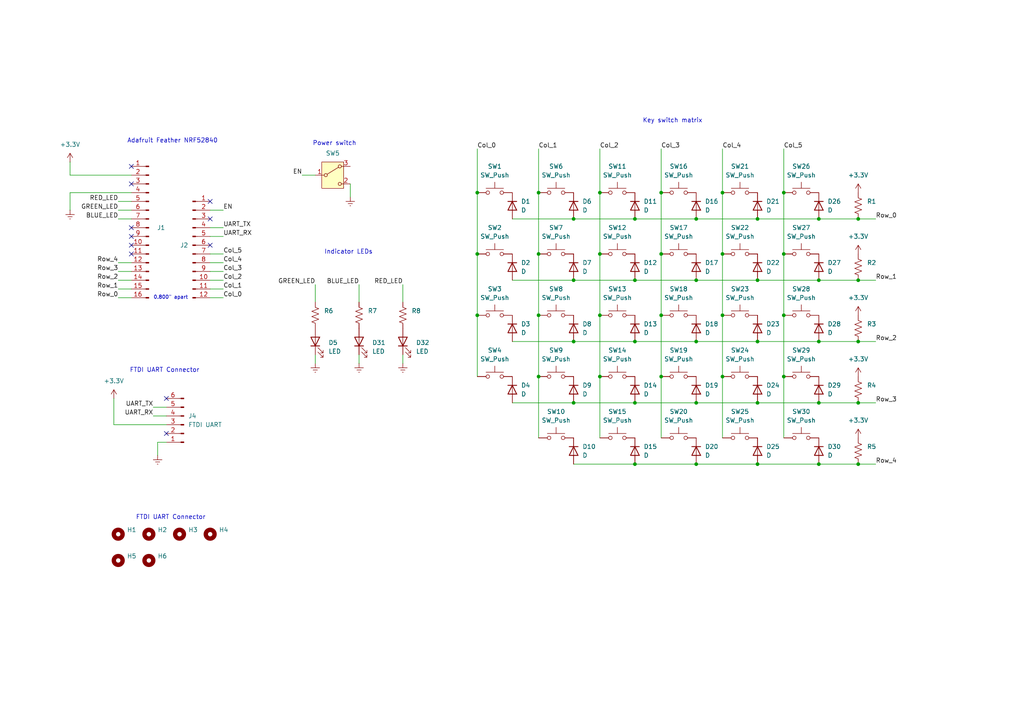
<source format=kicad_sch>
(kicad_sch (version 20231120) (generator "eeschema") (generator_version "8.0")
  (paper "A4")
  (lib_symbols
    (symbol "Connector:Conn_01x06_Pin" (pin_names (offset 1.016) hide)
      (property "Reference" "J" (at 0 7.62 0))
      (property "Value" "Conn_01x06_Pin" (at 0 -10.16 0))
      (symbol "Conn_01x06_Pin_1_1"
        (polyline (pts (xy 1.27 -7.62) (xy 0.8636 -7.62)) (stroke (width 0.1524)))
        (polyline (pts (xy 1.27 -5.08) (xy 0.8636 -5.08)) (stroke (width 0.1524)))
        (polyline (pts (xy 1.27 -2.54) (xy 0.8636 -2.54)) (stroke (width 0.1524)))
        (polyline (pts (xy 1.27 0) (xy 0.8636 0)) (stroke (width 0.1524)))
        (polyline (pts (xy 1.27 2.54) (xy 0.8636 2.54)) (stroke (width 0.1524)))
        (polyline (pts (xy 1.27 5.08) (xy 0.8636 5.08)) (stroke (width 0.1524)))
        (rectangle (start 0.8636 -7.493) (end 0 -7.747) (stroke (width 0.1524)) (fill (type outline)))
        (rectangle (start 0.8636 -4.953) (end 0 -5.207) (stroke (width 0.1524)) (fill (type outline)))
        (rectangle (start 0.8636 -2.413) (end 0 -2.667) (stroke (width 0.1524)) (fill (type outline)))
        (rectangle (start 0.8636 0.127) (end 0 -0.127) (stroke (width 0.1524)) (fill (type outline)))
        (rectangle (start 0.8636 2.667) (end 0 2.413) (stroke (width 0.1524)) (fill (type outline)))
        (rectangle (start 0.8636 5.207) (end 0 4.953) (stroke (width 0.1524)) (fill (type outline)))
        (pin passive line (at 5.08 5.08 180) (length 3.81) (name "Pin_1") (number "1"))
        (pin passive line (at 5.08 2.54 180) (length 3.81) (name "Pin_2") (number "2"))
        (pin passive line (at 5.08 0 180) (length 3.81) (name "Pin_3") (number "3"))
        (pin passive line (at 5.08 -2.54 180) (length 3.81) (name "Pin_4") (number "4"))
        (pin passive line (at 5.08 -5.08 180) (length 3.81) (name "Pin_5") (number "5"))
        (pin passive line (at 5.08 -7.62 180) (length 3.81) (name "Pin_6") (number "6"))
      )
    )
    (symbol "Connector:Conn_01x12_Pin" (pin_names (offset 1.016) hide)
      (property "Reference" "J" (at 0 15.24 0))
      (property "Value" "Conn_01x12_Pin" (at 0 -17.78 0))
      (symbol "Conn_01x12_Pin_1_1"
        (polyline (pts (xy 1.27 -15.24) (xy 0.8636 -15.24)) (stroke (width 0.1524)))
        (polyline (pts (xy 1.27 -12.7) (xy 0.8636 -12.7)) (stroke (width 0.1524)))
        (polyline (pts (xy 1.27 -10.16) (xy 0.8636 -10.16)) (stroke (width 0.1524)))
        (polyline (pts (xy 1.27 -7.62) (xy 0.8636 -7.62)) (stroke (width 0.1524)))
        (polyline (pts (xy 1.27 -5.08) (xy 0.8636 -5.08)) (stroke (width 0.1524)))
        (polyline (pts (xy 1.27 -2.54) (xy 0.8636 -2.54)) (stroke (width 0.1524)))
        (polyline (pts (xy 1.27 0) (xy 0.8636 0)) (stroke (width 0.1524)))
        (polyline (pts (xy 1.27 2.54) (xy 0.8636 2.54)) (stroke (width 0.1524)))
        (polyline (pts (xy 1.27 5.08) (xy 0.8636 5.08)) (stroke (width 0.1524)))
        (polyline (pts (xy 1.27 7.62) (xy 0.8636 7.62)) (stroke (width 0.1524)))
        (polyline (pts (xy 1.27 10.16) (xy 0.8636 10.16)) (stroke (width 0.1524)))
        (polyline (pts (xy 1.27 12.7) (xy 0.8636 12.7)) (stroke (width 0.1524)))
        (rectangle (start 0.8636 -15.113) (end 0 -15.367) (stroke (width 0.1524)) (fill (type outline)))
        (rectangle (start 0.8636 -12.573) (end 0 -12.827) (stroke (width 0.1524)) (fill (type outline)))
        (rectangle (start 0.8636 -10.033) (end 0 -10.287) (stroke (width 0.1524)) (fill (type outline)))
        (rectangle (start 0.8636 -7.493) (end 0 -7.747) (stroke (width 0.1524)) (fill (type outline)))
        (rectangle (start 0.8636 -4.953) (end 0 -5.207) (stroke (width 0.1524)) (fill (type outline)))
        (rectangle (start 0.8636 -2.413) (end 0 -2.667) (stroke (width 0.1524)) (fill (type outline)))
        (rectangle (start 0.8636 0.127) (end 0 -0.127) (stroke (width 0.1524)) (fill (type outline)))
        (rectangle (start 0.8636 2.667) (end 0 2.413) (stroke (width 0.1524)) (fill (type outline)))
        (rectangle (start 0.8636 5.207) (end 0 4.953) (stroke (width 0.1524)) (fill (type outline)))
        (rectangle (start 0.8636 7.747) (end 0 7.493) (stroke (width 0.1524)) (fill (type outline)))
        (rectangle (start 0.8636 10.287) (end 0 10.033) (stroke (width 0.1524)) (fill (type outline)))
        (rectangle (start 0.8636 12.827) (end 0 12.573) (stroke (width 0.1524)) (fill (type outline)))
        (pin passive line (at 5.08 12.7 180) (length 3.81) (name "Pin_1") (number "1"))
        (pin passive line (at 5.08 -10.16 180) (length 3.81) (name "Pin_10") (number "10"))
        (pin passive line (at 5.08 -12.7 180) (length 3.81) (name "Pin_11") (number "11"))
        (pin passive line (at 5.08 -15.24 180) (length 3.81) (name "Pin_12") (number "12"))
        (pin passive line (at 5.08 10.16 180) (length 3.81) (name "Pin_2") (number "2"))
        (pin passive line (at 5.08 7.62 180) (length 3.81) (name "Pin_3") (number "3"))
        (pin passive line (at 5.08 5.08 180) (length 3.81) (name "Pin_4") (number "4"))
        (pin passive line (at 5.08 2.54 180) (length 3.81) (name "Pin_5") (number "5"))
        (pin passive line (at 5.08 0 180) (length 3.81) (name "Pin_6") (number "6"))
        (pin passive line (at 5.08 -2.54 180) (length 3.81) (name "Pin_7") (number "7"))
        (pin passive line (at 5.08 -5.08 180) (length 3.81) (name "Pin_8") (number "8"))
        (pin passive line (at 5.08 -7.62 180) (length 3.81) (name "Pin_9") (number "9"))
      )
    )
    (symbol "Connector:Conn_01x16_Pin" (pin_names (offset 1.016) hide)
      (property "Reference" "J" (at 0 20.32 0))
      (property "Value" "Conn_01x16_Pin" (at 0 -22.86 0))
      (symbol "Conn_01x16_Pin_1_1"
        (polyline (pts (xy 1.27 -20.32) (xy 0.8636 -20.32)) (stroke (width 0.1524)))
        (polyline (pts (xy 1.27 -17.78) (xy 0.8636 -17.78)) (stroke (width 0.1524)))
        (polyline (pts (xy 1.27 -15.24) (xy 0.8636 -15.24)) (stroke (width 0.1524)))
        (polyline (pts (xy 1.27 -12.7) (xy 0.8636 -12.7)) (stroke (width 0.1524)))
        (polyline (pts (xy 1.27 -10.16) (xy 0.8636 -10.16)) (stroke (width 0.1524)))
        (polyline (pts (xy 1.27 -7.62) (xy 0.8636 -7.62)) (stroke (width 0.1524)))
        (polyline (pts (xy 1.27 -5.08) (xy 0.8636 -5.08)) (stroke (width 0.1524)))
        (polyline (pts (xy 1.27 -2.54) (xy 0.8636 -2.54)) (stroke (width 0.1524)))
        (polyline (pts (xy 1.27 0) (xy 0.8636 0)) (stroke (width 0.1524)))
        (polyline (pts (xy 1.27 2.54) (xy 0.8636 2.54)) (stroke (width 0.1524)))
        (polyline (pts (xy 1.27 5.08) (xy 0.8636 5.08)) (stroke (width 0.1524)))
        (polyline (pts (xy 1.27 7.62) (xy 0.8636 7.62)) (stroke (width 0.1524)))
        (polyline (pts (xy 1.27 10.16) (xy 0.8636 10.16)) (stroke (width 0.1524)))
        (polyline (pts (xy 1.27 12.7) (xy 0.8636 12.7)) (stroke (width 0.1524)))
        (polyline (pts (xy 1.27 15.24) (xy 0.8636 15.24)) (stroke (width 0.1524)))
        (polyline (pts (xy 1.27 17.78) (xy 0.8636 17.78)) (stroke (width 0.1524)))
        (rectangle (start 0.8636 -20.193) (end 0 -20.447) (stroke (width 0.1524)) (fill (type outline)))
        (rectangle (start 0.8636 -17.653) (end 0 -17.907) (stroke (width 0.1524)) (fill (type outline)))
        (rectangle (start 0.8636 -15.113) (end 0 -15.367) (stroke (width 0.1524)) (fill (type outline)))
        (rectangle (start 0.8636 -12.573) (end 0 -12.827) (stroke (width 0.1524)) (fill (type outline)))
        (rectangle (start 0.8636 -10.033) (end 0 -10.287) (stroke (width 0.1524)) (fill (type outline)))
        (rectangle (start 0.8636 -7.493) (end 0 -7.747) (stroke (width 0.1524)) (fill (type outline)))
        (rectangle (start 0.8636 -4.953) (end 0 -5.207) (stroke (width 0.1524)) (fill (type outline)))
        (rectangle (start 0.8636 -2.413) (end 0 -2.667) (stroke (width 0.1524)) (fill (type outline)))
        (rectangle (start 0.8636 0.127) (end 0 -0.127) (stroke (width 0.1524)) (fill (type outline)))
        (rectangle (start 0.8636 2.667) (end 0 2.413) (stroke (width 0.1524)) (fill (type outline)))
        (rectangle (start 0.8636 5.207) (end 0 4.953) (stroke (width 0.1524)) (fill (type outline)))
        (rectangle (start 0.8636 7.747) (end 0 7.493) (stroke (width 0.1524)) (fill (type outline)))
        (rectangle (start 0.8636 10.287) (end 0 10.033) (stroke (width 0.1524)) (fill (type outline)))
        (rectangle (start 0.8636 12.827) (end 0 12.573) (stroke (width 0.1524)) (fill (type outline)))
        (rectangle (start 0.8636 15.367) (end 0 15.113) (stroke (width 0.1524)) (fill (type outline)))
        (rectangle (start 0.8636 17.907) (end 0 17.653) (stroke (width 0.1524)) (fill (type outline)))
        (pin passive line (at 5.08 17.78 180) (length 3.81) (name "Pin_1") (number "1"))
        (pin passive line (at 5.08 -5.08 180) (length 3.81) (name "Pin_10") (number "10"))
        (pin passive line (at 5.08 -7.62 180) (length 3.81) (name "Pin_11") (number "11"))
        (pin passive line (at 5.08 -10.16 180) (length 3.81) (name "Pin_12") (number "12"))
        (pin passive line (at 5.08 -12.7 180) (length 3.81) (name "Pin_13") (number "13"))
        (pin passive line (at 5.08 -15.24 180) (length 3.81) (name "Pin_14") (number "14"))
        (pin passive line (at 5.08 -17.78 180) (length 3.81) (name "Pin_15") (number "15"))
        (pin passive line (at 5.08 -20.32 180) (length 3.81) (name "Pin_16") (number "16"))
        (pin passive line (at 5.08 15.24 180) (length 3.81) (name "Pin_2") (number "2"))
        (pin passive line (at 5.08 12.7 180) (length 3.81) (name "Pin_3") (number "3"))
        (pin passive line (at 5.08 10.16 180) (length 3.81) (name "Pin_4") (number "4"))
        (pin passive line (at 5.08 7.62 180) (length 3.81) (name "Pin_5") (number "5"))
        (pin passive line (at 5.08 5.08 180) (length 3.81) (name "Pin_6") (number "6"))
        (pin passive line (at 5.08 2.54 180) (length 3.81) (name "Pin_7") (number "7"))
        (pin passive line (at 5.08 0 180) (length 3.81) (name "Pin_8") (number "8"))
        (pin passive line (at 5.08 -2.54 180) (length 3.81) (name "Pin_9") (number "9"))
      )
    )
    (symbol "Device:D" (pin_numbers hide) (pin_names (offset 1.016) hide)
      (property "Reference" "D" (at 0 2.54 0))
      (property "Value" "D" (at 0 -2.54 0))
      (symbol "D_0_1"
        (polyline (pts (xy -1.27 1.27) (xy -1.27 -1.27)) (stroke (width 0.254)))
        (polyline (pts (xy 1.27 0) (xy -1.27 0)))
        (polyline (pts (xy 1.27 1.27) (xy 1.27 -1.27) (xy -1.27 0) (xy 1.27 1.27)) (stroke (width 0.254)))
      )
      (symbol "D_1_1"
        (pin passive line (at -3.81 0 0) (length 2.54) (name "K") (number "1"))
        (pin passive line (at 3.81 0 180) (length 2.54) (name "A") (number "2"))
      )
    )
    (symbol "Device:LED" (pin_numbers hide) (pin_names (offset 1.016) hide)
      (property "Reference" "D" (at 0 2.54 0))
      (property "Value" "LED" (at 0 -2.54 0))
      (symbol "LED_0_1"
        (polyline (pts (xy -1.27 -1.27) (xy -1.27 1.27)) (stroke (width 0.254)))
        (polyline (pts (xy -1.27 0) (xy 1.27 0)))
        (polyline (pts (xy 1.27 -1.27) (xy 1.27 1.27) (xy -1.27 0) (xy 1.27 -1.27)) (stroke (width 0.254)))
        (polyline (pts (xy -3.048 -0.762) (xy -4.572 -2.286) (xy -3.81 -2.286) (xy -4.572 -2.286) (xy -4.572 -1.524)))
        (polyline (pts (xy -1.778 -0.762) (xy -3.302 -2.286) (xy -2.54 -2.286) (xy -3.302 -2.286) (xy -3.302 -1.524)))
      )
      (symbol "LED_1_1"
        (pin passive line (at -3.81 0 0) (length 2.54) (name "K") (number "1"))
        (pin passive line (at 3.81 0 180) (length 2.54) (name "A") (number "2"))
      )
    )
    (symbol "Device:R_US" (pin_numbers hide) (pin_names (offset 0))
      (property "Reference" "R" (at 2.54 0 90))
      (property "Value" "R_US" (at -2.54 0 90))
      (symbol "R_US_0_1"
        (polyline (pts (xy 0 -2.286) (xy 0 -2.54)))
        (polyline (pts (xy 0 2.286) (xy 0 2.54)))
        (polyline (pts (xy 0 -0.762) (xy 1.016 -1.143) (xy 0 -1.524) (xy -1.016 -1.905) (xy 0 -2.286)))
        (polyline (pts (xy 0 0.762) (xy 1.016 0.381) (xy 0 0) (xy -1.016 -0.381) (xy 0 -0.762)))
        (polyline (pts (xy 0 2.286) (xy 1.016 1.905) (xy 0 1.524) (xy -1.016 1.143) (xy 0 0.762)))
      )
      (symbol "R_US_1_1"
        (pin passive line (at 0 3.81 270) (length 1.27) (name "~") (number "1"))
        (pin passive line (at 0 -3.81 90) (length 1.27) (name "~") (number "2"))
      )
    )
    (symbol "Mechanical:MountingHole" (pin_names (offset 1.016)) (exclude_from_sim yes) (in_bom no)
      (property "Reference" "H" (at 0 5.08 0))
      (property "Value" "MountingHole" (at 0 3.175 0))
      (symbol "MountingHole_0_1"
        (circle (center 0 0) (radius 1.27) (stroke (width 1.27)))
      )
    )
    (symbol "Switch:SW_Push" (pin_numbers hide) (pin_names (offset 1.016) hide)
      (property "Reference" "SW" (at 1.27 2.54 0))
      (property "Value" "SW_Push" (at 0 -1.524 0))
      (symbol "SW_Push_0_1"
        (circle (center -2.032 0) (radius 0.508))
        (polyline (pts (xy 0 1.27) (xy 0 3.048)))
        (polyline (pts (xy 2.54 1.27) (xy -2.54 1.27)))
        (circle (center 2.032 0) (radius 0.508))
        (pin passive line (at -5.08 0 0) (length 2.54) (name "1") (number "1"))
        (pin passive line (at 5.08 0 180) (length 2.54) (name "2") (number "2"))
      )
    )
    (symbol "Switch:SW_Wuerth_450301014042" (pin_names (offset 1) hide)
      (property "Reference" "SW" (at 0 5.08 0))
      (property "Value" "SW_Wuerth_450301014042" (at 0 -5.08 0))
      (symbol "SW_Wuerth_450301014042_0_1"
        (circle (center -2.032 0) (radius 0.4572))
        (polyline (pts (xy -1.651 0.254) (xy 1.651 2.286)))
        (circle (center 2.032 -2.54) (radius 0.4572))
        (circle (center 2.032 2.54) (radius 0.4572))
      )
      (symbol "SW_Wuerth_450301014042_1_1"
        (rectangle (start -3.175 3.81) (end 3.175 -3.81) (fill (type background)))
        (pin passive line (at -5.08 0 0) (length 2.54) (name "B") (number "1"))
        (pin passive line (at 5.08 -2.54 180) (length 2.54) (name "C") (number "2"))
        (pin passive line (at 5.08 2.54 180) (length 2.54) (name "A") (number "3"))
      )
    )
    (symbol "power:+3.3V" (power) (pin_numbers hide) (pin_names (offset 0) hide)
      (property "Value" "+3.3V" (at 0 3.556 0))
      (symbol "+3.3V_0_1"
        (polyline (pts (xy -0.762 1.27) (xy 0 2.54)))
        (polyline (pts (xy 0 0) (xy 0 2.54)))
        (polyline (pts (xy 0 2.54) (xy 0.762 1.27)))
      )
      (symbol "+3.3V_1_1"
        (pin power_in line (at 0 0 90) (length 0) (name "~") (number "1"))
      )
    )
    (symbol "power:GNDREF" (power) (pin_numbers hide) (pin_names (offset 0) hide)
      (property "Value" "GNDREF" (at 0 -3.81 0))
      (symbol "GNDREF_0_1"
        (polyline (pts (xy -0.635 -1.905) (xy 0.635 -1.905)))
        (polyline (pts (xy -0.127 -2.54) (xy 0.127 -2.54)))
        (polyline (pts (xy 0 -1.27) (xy 0 0)))
        (polyline (pts (xy 1.27 -1.27) (xy -1.27 -1.27)))
      )
      (symbol "GNDREF_1_1"
        (pin power_in line (at 0 0 270) (length 0) (name "~") (number "1"))
      )
    )
  )
  (junction (at 248.92 116.84))
  (junction (at 173.99 91.44))
  (junction (at 237.49 116.84))
  (junction (at 237.49 99.06))
  (junction (at 184.15 81.28))
  (junction (at 237.49 63.5))
  (junction (at 248.92 81.28))
  (junction (at 219.71 99.06))
  (junction (at 209.55 55.88))
  (junction (at 201.93 81.28))
  (junction (at 156.21 109.22))
  (junction (at 237.49 134.62))
  (junction (at 138.43 55.88))
  (junction (at 166.37 63.5))
  (junction (at 156.21 55.88))
  (junction (at 184.15 99.06))
  (junction (at 156.21 73.66))
  (junction (at 138.43 91.44))
  (junction (at 173.99 55.88))
  (junction (at 201.93 116.84))
  (junction (at 219.71 116.84))
  (junction (at 191.77 109.22))
  (junction (at 156.21 91.44))
  (junction (at 227.33 73.66))
  (junction (at 191.77 73.66))
  (junction (at 184.15 116.84))
  (junction (at 227.33 109.22))
  (junction (at 237.49 81.28))
  (junction (at 219.71 134.62))
  (junction (at 201.93 99.06))
  (junction (at 173.99 109.22))
  (junction (at 209.55 73.66))
  (junction (at 191.77 55.88))
  (junction (at 201.93 134.62))
  (junction (at 184.15 134.62))
  (junction (at 166.37 99.06))
  (junction (at 209.55 109.22))
  (junction (at 184.15 63.5))
  (junction (at 219.71 63.5))
  (junction (at 227.33 91.44))
  (junction (at 201.93 63.5))
  (junction (at 166.37 116.84))
  (junction (at 248.92 99.06))
  (junction (at 227.33 55.88))
  (junction (at 248.92 63.5))
  (junction (at 138.43 73.66))
  (junction (at 173.99 73.66))
  (junction (at 166.37 81.28))
  (junction (at 191.77 91.44))
  (junction (at 248.92 134.62))
  (junction (at 209.55 91.44))
  (junction (at 219.71 81.28))
  (no_connect (at 38.1 66.04))
  (no_connect (at 48.26 115.57))
  (no_connect (at 38.1 53.34))
  (no_connect (at 38.1 68.58))
  (no_connect (at 48.26 125.73))
  (no_connect (at 60.96 58.42))
  (no_connect (at 60.96 63.5))
  (no_connect (at 38.1 73.66))
  (no_connect (at 60.96 71.12))
  (no_connect (at 38.1 71.12))
  (no_connect (at 38.1 48.26))
  (wire (pts (xy 34.29 60.96) (xy 38.1 60.96)))
  (wire (pts (xy 219.71 99.06) (xy 237.49 99.06)))
  (wire (pts (xy 219.71 81.28) (xy 237.49 81.28)))
  (wire (pts (xy 45.72 128.27) (xy 48.26 128.27)))
  (wire (pts (xy 237.49 81.28) (xy 248.92 81.28)))
  (wire (pts (xy 156.21 55.88) (xy 156.21 73.66)))
  (wire (pts (xy 64.77 83.82) (xy 60.96 83.82)))
  (wire (pts (xy 20.32 50.8) (xy 38.1 50.8)))
  (wire (pts (xy 237.49 134.62) (xy 248.92 134.62)))
  (wire (pts (xy 209.55 91.44) (xy 209.55 109.22)))
  (wire (pts (xy 184.15 134.62) (xy 201.93 134.62)))
  (wire (pts (xy 254 81.28) (xy 248.92 81.28)))
  (wire (pts (xy 33.02 123.19) (xy 48.26 123.19)))
  (wire (pts (xy 64.77 81.28) (xy 60.96 81.28)))
  (wire (pts (xy 201.93 99.06) (xy 219.71 99.06)))
  (wire (pts (xy 201.93 134.62) (xy 219.71 134.62)))
  (wire (pts (xy 166.37 134.62) (xy 184.15 134.62)))
  (wire (pts (xy 166.37 99.06) (xy 184.15 99.06)))
  (wire (pts (xy 44.45 120.65) (xy 48.26 120.65)))
  (wire (pts (xy 173.99 73.66) (xy 173.99 91.44)))
  (wire (pts (xy 34.29 86.36) (xy 38.1 86.36)))
  (wire (pts (xy 156.21 109.22) (xy 156.21 127)))
  (wire (pts (xy 64.77 73.66) (xy 60.96 73.66)))
  (wire (pts (xy 191.77 73.66) (xy 191.77 91.44)))
  (wire (pts (xy 227.33 55.88) (xy 227.33 73.66)))
  (wire (pts (xy 148.59 116.84) (xy 166.37 116.84)))
  (wire (pts (xy 209.55 109.22) (xy 209.55 127)))
  (wire (pts (xy 148.59 81.28) (xy 166.37 81.28)))
  (wire (pts (xy 184.15 116.84) (xy 201.93 116.84)))
  (wire (pts (xy 219.71 134.62) (xy 237.49 134.62)))
  (wire (pts (xy 116.84 82.55) (xy 116.84 87.63)))
  (wire (pts (xy 20.32 55.88) (xy 20.32 60.96)))
  (wire (pts (xy 166.37 63.5) (xy 184.15 63.5)))
  (wire (pts (xy 64.77 60.96) (xy 60.96 60.96)))
  (wire (pts (xy 237.49 63.5) (xy 248.92 63.5)))
  (wire (pts (xy 34.29 58.42) (xy 38.1 58.42)))
  (wire (pts (xy 38.1 55.88) (xy 20.32 55.88)))
  (wire (pts (xy 184.15 99.06) (xy 201.93 99.06)))
  (wire (pts (xy 34.29 81.28) (xy 38.1 81.28)))
  (wire (pts (xy 227.33 109.22) (xy 227.33 127)))
  (wire (pts (xy 138.43 91.44) (xy 138.43 109.22)))
  (wire (pts (xy 64.77 78.74) (xy 60.96 78.74)))
  (wire (pts (xy 45.72 132.08) (xy 45.72 128.27)))
  (wire (pts (xy 87.63 50.8) (xy 91.44 50.8)))
  (wire (pts (xy 173.99 55.88) (xy 173.99 73.66)))
  (wire (pts (xy 138.43 55.88) (xy 138.43 73.66)))
  (wire (pts (xy 166.37 81.28) (xy 184.15 81.28)))
  (wire (pts (xy 227.33 91.44) (xy 227.33 109.22)))
  (wire (pts (xy 184.15 81.28) (xy 201.93 81.28)))
  (wire (pts (xy 148.59 99.06) (xy 166.37 99.06)))
  (wire (pts (xy 254 99.06) (xy 248.92 99.06)))
  (wire (pts (xy 209.55 55.88) (xy 209.55 73.66)))
  (wire (pts (xy 20.32 46.99) (xy 20.32 50.8)))
  (wire (pts (xy 101.6 53.34) (xy 101.6 57.15)))
  (wire (pts (xy 64.77 68.58) (xy 60.96 68.58)))
  (wire (pts (xy 156.21 43.18) (xy 156.21 55.88)))
  (wire (pts (xy 34.29 83.82) (xy 38.1 83.82)))
  (wire (pts (xy 173.99 43.18) (xy 173.99 55.88)))
  (wire (pts (xy 64.77 66.04) (xy 60.96 66.04)))
  (wire (pts (xy 44.45 118.11) (xy 48.26 118.11)))
  (wire (pts (xy 248.92 63.5) (xy 254 63.5)))
  (wire (pts (xy 104.14 82.55) (xy 104.14 87.63)))
  (wire (pts (xy 201.93 81.28) (xy 219.71 81.28)))
  (wire (pts (xy 64.77 76.2) (xy 60.96 76.2)))
  (wire (pts (xy 64.77 86.36) (xy 60.96 86.36)))
  (wire (pts (xy 34.29 76.2) (xy 38.1 76.2)))
  (wire (pts (xy 227.33 43.18) (xy 227.33 55.88)))
  (wire (pts (xy 209.55 73.66) (xy 209.55 91.44)))
  (wire (pts (xy 138.43 43.18) (xy 138.43 55.88)))
  (wire (pts (xy 33.02 115.57) (xy 33.02 123.19)))
  (wire (pts (xy 34.29 63.5) (xy 38.1 63.5)))
  (wire (pts (xy 184.15 63.5) (xy 201.93 63.5)))
  (wire (pts (xy 166.37 116.84) (xy 184.15 116.84)))
  (wire (pts (xy 201.93 116.84) (xy 219.71 116.84)))
  (wire (pts (xy 254 116.84) (xy 248.92 116.84)))
  (wire (pts (xy 237.49 99.06) (xy 248.92 99.06)))
  (wire (pts (xy 191.77 109.22) (xy 191.77 127)))
  (wire (pts (xy 237.49 116.84) (xy 248.92 116.84)))
  (wire (pts (xy 104.14 105.41) (xy 104.14 102.87)))
  (wire (pts (xy 148.59 63.5) (xy 166.37 63.5)))
  (wire (pts (xy 254 134.62) (xy 248.92 134.62)))
  (wire (pts (xy 227.33 73.66) (xy 227.33 91.44)))
  (wire (pts (xy 173.99 91.44) (xy 173.99 109.22)))
  (wire (pts (xy 191.77 43.18) (xy 191.77 55.88)))
  (wire (pts (xy 91.44 105.41) (xy 91.44 102.87)))
  (wire (pts (xy 173.99 109.22) (xy 173.99 127)))
  (wire (pts (xy 34.29 78.74) (xy 38.1 78.74)))
  (wire (pts (xy 156.21 73.66) (xy 156.21 91.44)))
  (wire (pts (xy 91.44 82.55) (xy 91.44 87.63)))
  (wire (pts (xy 138.43 73.66) (xy 138.43 91.44)))
  (wire (pts (xy 219.71 63.5) (xy 237.49 63.5)))
  (wire (pts (xy 201.93 63.5) (xy 219.71 63.5)))
  (wire (pts (xy 116.84 105.41) (xy 116.84 102.87)))
  (wire (pts (xy 156.21 91.44) (xy 156.21 109.22)))
  (wire (pts (xy 191.77 55.88) (xy 191.77 73.66)))
  (wire (pts (xy 209.55 43.18) (xy 209.55 55.88)))
  (wire (pts (xy 191.77 91.44) (xy 191.77 109.22)))
  (wire (pts (xy 219.71 116.84) (xy 237.49 116.84)))
  (text "FTDI UART Connector" (at 49.53 150.114 0) (effects (font (size 1.27 1.27))))
  (text "0.800\" apart" (at 49.53 86.36 0) (effects (font (size 1.016 1.016))))
  (text "Power switch" (at 97.028 41.656 0) (effects (font (size 1.27 1.27))))
  (text "Adafruit Feather NRF52840" (at 50.038 40.894 0) (effects (font (size 1.27 1.27))))
  (text "FTDI UART Connector" (at 47.752 107.442 0) (effects (font (size 1.27 1.27))))
  (text "Indicator LEDs" (at 101.092 73.152 0) (effects (font (size 1.27 1.27))))
  (text "Key switch matrix" (at 195.072 35.052 0) (effects (font (size 1.27 1.27))))
  (label "Col_3" (at 64.77 78.74 0))
  (label "Col_2" (at 64.77 81.28 0))
  (label "Row_2" (at 34.29 81.28 180))
  (label "Col_5" (at 64.77 73.66 0))
  (label "Row_4" (at 34.29 76.2 180))
  (label "Col_4" (at 64.77 76.2 0))
  (label "Row_1" (at 34.29 83.82 180))
  (label "Col_5" (at 227.33 43.18 0))
  (label "Row_2" (at 254 99.06 0))
  (label "BLUE_LED" (at 34.29 63.5 180))
  (label "Row_4" (at 254 134.62 0))
  (label "UART_RX" (at 44.45 120.65 180))
  (label "EN" (at 87.63 50.8 180))
  (label "Col_1" (at 64.77 83.82 0))
  (label "GREEN_LED" (at 34.29 60.96 180))
  (label "BLUE_LED" (at 104.14 82.55 180))
  (label "Row_3" (at 34.29 78.74 180))
  (label "Col_3" (at 191.77 43.18 0))
  (label "Row_3" (at 254 116.84 0))
  (label "UART_TX" (at 64.77 66.04 0))
  (label "Col_0" (at 138.43 43.18 0))
  (label "Col_4" (at 209.55 43.18 0))
  (label "GREEN_LED" (at 91.44 82.55 180))
  (label "UART_TX" (at 44.45 118.11 180))
  (label "EN" (at 64.77 60.96 0))
  (label "UART_RX" (at 64.77 68.58 0))
  (label "Row_0" (at 34.29 86.36 180))
  (label "RED_LED" (at 116.84 82.55 180))
  (label "Row_1" (at 254 81.28 0))
  (label "Col_2" (at 173.99 43.18 0))
  (label "RED_LED" (at 34.29 58.42 180))
  (label "Col_1" (at 156.21 43.18 0))
  (label "Col_0" (at 64.77 86.36 0))
  (label "Row_0" (at 254 63.5 0))
  (symbol (lib_id "Device:D") (at 237.49 113.03 270) (unit 1)
    (property "Reference" "D29" (at 240.03 111.7599 90) (effects (justify left)))
    (property "Value" "D" (at 240.03 114.2999 90) (effects (justify left)))
    (property "Footprint" "Diode_SMD:Nexperia_CFP3_SOD-123W" (effects (hide yes)))
    (property "Description" "Diode" (effects (hide yes)))
    (property "Sim.Device" "D" (effects (hide yes)))
    (property "Sim.Pins" "1=K 2=A" (effects (hide yes)))
  )
  (symbol (lib_id "Switch:SW_Push") (at 143.51 73.66 0) (unit 1)
    (property "Reference" "SW2" (at 143.51 66.04 0))
    (property "Value" "SW_Push" (at 143.51 68.58 0))
    (property "Footprint" "PCM_Switch_Keyboard_Hotswap_Kailh:SW_Hotswap_Kailh_MX_1.00u" (effects (hide yes)))
    (property "Description" "Push button switch, generic, two pins" (effects (hide yes)))
  )
  (symbol (lib_id "Switch:SW_Push") (at 214.63 73.66 0) (unit 1)
    (property "Reference" "SW22" (at 214.63 66.04 0))
    (property "Value" "SW_Push" (at 214.63 68.58 0))
    (property "Footprint" "PCM_Switch_Keyboard_Hotswap_Kailh:SW_Hotswap_Kailh_MX_1.00u" (effects (hide yes)))
    (property "Description" "Push button switch, generic, two pins" (effects (hide yes)))
  )
  (symbol (lib_id "power:GNDREF") (at 104.14 105.41 0) (unit 1)
    (property "Reference" "#PWR012" (effects (hide yes)))
    (property "Value" "GNDREF" (effects (hide yes)))
    (property "Description" "Power symbol creates a global label with name \"GNDREF\" , reference supply ground" (effects (hide yes)))
  )
  (symbol (lib_id "Device:D") (at 166.37 95.25 270) (unit 1)
    (property "Reference" "D8" (at 168.91 93.9799 90) (effects (justify left)))
    (property "Value" "D" (at 168.91 96.5199 90) (effects (justify left)))
    (property "Footprint" "Diode_SMD:Nexperia_CFP3_SOD-123W" (effects (hide yes)))
    (property "Description" "Diode" (effects (hide yes)))
    (property "Sim.Device" "D" (effects (hide yes)))
    (property "Sim.Pins" "1=K 2=A" (effects (hide yes)))
  )
  (symbol (lib_id "Device:R_US") (at 248.92 95.25 0) (unit 1)
    (property "Reference" "R3" (at 251.46 93.9799 0) (effects (justify left)))
    (property "Value" "R_US" (effects (hide yes)))
    (property "Footprint" "Resistor_SMD:R_0603_1608Metric" (effects (hide yes)))
    (property "Description" "Resistor, US symbol" (effects (hide yes)))
  )
  (symbol (lib_id "Device:D") (at 201.93 59.69 270) (unit 1)
    (property "Reference" "D16" (at 204.47 58.4199 90) (effects (justify left)))
    (property "Value" "D" (at 204.47 60.9599 90) (effects (justify left)))
    (property "Footprint" "Diode_SMD:Nexperia_CFP3_SOD-123W" (effects (hide yes)))
    (property "Description" "Diode" (effects (hide yes)))
    (property "Sim.Device" "D" (effects (hide yes)))
    (property "Sim.Pins" "1=K 2=A" (effects (hide yes)))
  )
  (symbol (lib_id "Device:D") (at 148.59 95.25 270) (unit 1)
    (property "Reference" "D3" (at 151.13 93.9799 90) (effects (justify left)))
    (property "Value" "D" (at 151.13 96.5199 90) (effects (justify left)))
    (property "Footprint" "Diode_SMD:Nexperia_CFP3_SOD-123W" (effects (hide yes)))
    (property "Description" "Diode" (effects (hide yes)))
    (property "Sim.Device" "D" (effects (hide yes)))
    (property "Sim.Pins" "1=K 2=A" (effects (hide yes)))
  )
  (symbol (lib_id "Device:D") (at 166.37 130.81 270) (unit 1)
    (property "Reference" "D10" (at 168.91 129.5399 90) (effects (justify left)))
    (property "Value" "D" (at 168.91 132.0799 90) (effects (justify left)))
    (property "Footprint" "Diode_SMD:Nexperia_CFP3_SOD-123W" (effects (hide yes)))
    (property "Description" "Diode" (effects (hide yes)))
    (property "Sim.Device" "D" (effects (hide yes)))
    (property "Sim.Pins" "1=K 2=A" (effects (hide yes)))
  )
  (symbol (lib_id "Connector:Conn_01x16_Pin") (at 43.18 66.04 0) (mirror y) (unit 1)
    (property "Reference" "J1" (at 46.736 66.04 0))
    (property "Value" "Adafruit_Feather_16_pin" (effects (hide yes)))
    (property "Footprint" "Connector_PinHeader_2.54mm:PinHeader_1x16_P2.54mm_Vertical" (effects (hide yes)))
    (property "Description" "Generic connector, single row, 01x16, script generated" (effects (hide yes)))
  )
  (symbol (lib_id "Switch:SW_Wuerth_450301014042") (at 96.52 50.8 0) (unit 1)
    (property "Reference" "SW5" (at 96.52 44.45 0))
    (property "Value" "Power enable" (effects (hide yes)))
    (property "Footprint" "Button_Switch_THT:SW_Slide-03_Wuerth-WS-SLTV_10x2.5x6.4_P2.54mm" (effects (hide yes)))
    (property "Datasheet" "https://www.we-online.com/components/products/datasheet/450301014042.pdf" (effects (hide yes)))
    (property "Description" "Switch slide, single pole double throw, SW_Wuerth_450301014042" (effects (hide yes)))
  )
  (symbol (lib_id "Device:R_US") (at 248.92 130.81 0) (unit 1)
    (property "Reference" "R5" (at 251.46 129.5399 0) (effects (justify left)))
    (property "Value" "R_US" (effects (hide yes)))
    (property "Footprint" "Resistor_SMD:R_0603_1608Metric" (effects (hide yes)))
    (property "Description" "Resistor, US symbol" (effects (hide yes)))
  )
  (symbol (lib_id "Device:D") (at 237.49 95.25 270) (unit 1)
    (property "Reference" "D28" (at 240.03 93.9799 90) (effects (justify left)))
    (property "Value" "D" (at 240.03 96.5199 90) (effects (justify left)))
    (property "Footprint" "Diode_SMD:Nexperia_CFP3_SOD-123W" (effects (hide yes)))
    (property "Description" "Diode" (effects (hide yes)))
    (property "Sim.Device" "D" (effects (hide yes)))
    (property "Sim.Pins" "1=K 2=A" (effects (hide yes)))
  )
  (symbol (lib_id "Device:D") (at 219.71 130.81 270) (unit 1)
    (property "Reference" "D25" (at 222.25 129.5399 90) (effects (justify left)))
    (property "Value" "D" (at 222.25 132.0799 90) (effects (justify left)))
    (property "Footprint" "Diode_SMD:Nexperia_CFP3_SOD-123W" (effects (hide yes)))
    (property "Description" "Diode" (effects (hide yes)))
    (property "Sim.Device" "D" (effects (hide yes)))
    (property "Sim.Pins" "1=K 2=A" (effects (hide yes)))
  )
  (symbol (lib_id "Switch:SW_Push") (at 232.41 73.66 0) (unit 1)
    (property "Reference" "SW27" (at 232.41 66.04 0))
    (property "Value" "SW_Push" (at 232.41 68.58 0))
    (property "Footprint" "PCM_Switch_Keyboard_Hotswap_Kailh:SW_Hotswap_Kailh_MX_1.00u" (effects (hide yes)))
    (property "Description" "Push button switch, generic, two pins" (effects (hide yes)))
  )
  (symbol (lib_id "Switch:SW_Push") (at 196.85 127 0) (unit 1)
    (property "Reference" "SW20" (at 196.85 119.38 0))
    (property "Value" "SW_Push" (at 196.85 121.92 0))
    (property "Footprint" "PCM_Switch_Keyboard_Hotswap_Kailh:SW_Hotswap_Kailh_MX_1.00u" (effects (hide yes)))
    (property "Description" "Push button switch, generic, two pins" (effects (hide yes)))
  )
  (symbol (lib_id "Switch:SW_Push") (at 143.51 109.22 0) (unit 1)
    (property "Reference" "SW4" (at 143.51 101.6 0))
    (property "Value" "SW_Push" (at 143.51 104.14 0))
    (property "Footprint" "PCM_Switch_Keyboard_Hotswap_Kailh:SW_Hotswap_Kailh_MX_1.00u" (effects (hide yes)))
    (property "Description" "Push button switch, generic, two pins" (effects (hide yes)))
  )
  (symbol (lib_id "Device:R_US") (at 116.84 91.44 0) (unit 1)
    (property "Reference" "R8" (at 119.38 90.1699 0) (effects (justify left)))
    (property "Value" "R_US" (effects (hide yes)))
    (property "Footprint" "Resistor_SMD:R_0603_1608Metric" (effects (hide yes)))
    (property "Description" "Resistor, US symbol" (effects (hide yes)))
  )
  (symbol (lib_id "power:+3.3V") (at 20.32 46.99 0) (unit 1)
    (property "Reference" "#PWR06" (effects (hide yes)))
    (property "Value" "+3.3V" (at 20.32 41.91 0))
    (property "Description" "Power symbol creates a global label with name \"+3.3V\"" (effects (hide yes)))
  )
  (symbol (lib_id "power:GNDREF") (at 91.44 105.41 0) (unit 1)
    (property "Reference" "#PWR011" (effects (hide yes)))
    (property "Value" "GNDREF" (effects (hide yes)))
    (property "Description" "Power symbol creates a global label with name \"GNDREF\" , reference supply ground" (effects (hide yes)))
  )
  (symbol (lib_id "Switch:SW_Push") (at 196.85 91.44 0) (unit 1)
    (property "Reference" "SW18" (at 196.85 83.82 0))
    (property "Value" "SW_Push" (at 196.85 86.36 0))
    (property "Footprint" "PCM_Switch_Keyboard_Hotswap_Kailh:SW_Hotswap_Kailh_MX_1.00u" (effects (hide yes)))
    (property "Description" "Push button switch, generic, two pins" (effects (hide yes)))
  )
  (symbol (lib_id "Device:D") (at 219.71 113.03 270) (unit 1)
    (property "Reference" "D24" (at 222.25 111.7599 90) (effects (justify left)))
    (property "Value" "D" (at 222.25 114.2999 90) (effects (justify left)))
    (property "Footprint" "Diode_SMD:Nexperia_CFP3_SOD-123W" (effects (hide yes)))
    (property "Description" "Diode" (effects (hide yes)))
    (property "Sim.Device" "D" (effects (hide yes)))
    (property "Sim.Pins" "1=K 2=A" (effects (hide yes)))
  )
  (symbol (lib_id "Device:D") (at 166.37 59.69 270) (unit 1)
    (property "Reference" "D6" (at 168.91 58.4199 90) (effects (justify left)))
    (property "Value" "D" (at 168.91 60.9599 90) (effects (justify left)))
    (property "Footprint" "Diode_SMD:Nexperia_CFP3_SOD-123W" (effects (hide yes)))
    (property "Description" "Diode" (effects (hide yes)))
    (property "Sim.Device" "D" (effects (hide yes)))
    (property "Sim.Pins" "1=K 2=A" (effects (hide yes)))
  )
  (symbol (lib_id "Switch:SW_Push") (at 214.63 55.88 0) (unit 1)
    (property "Reference" "SW21" (at 214.63 48.26 0))
    (property "Value" "SW_Push" (at 214.63 50.8 0))
    (property "Footprint" "PCM_Switch_Keyboard_Hotswap_Kailh:SW_Hotswap_Kailh_MX_1.00u" (effects (hide yes)))
    (property "Description" "Push button switch, generic, two pins" (effects (hide yes)))
  )
  (symbol (lib_id "Mechanical:MountingHole") (at 34.29 154.94 0) (unit 1) (exclude_from_sim yes) (in_bom no)
    (property "Reference" "H1" (at 36.83 153.6699 0) (effects (justify left)))
    (property "Value" "MountingHole" (effects (hide yes)))
    (property "Footprint" "MountingHole:MountingHole_2.5mm" (effects (hide yes)))
    (property "Description" "Mounting Hole without connection" (effects (hide yes)))
  )
  (symbol (lib_id "Device:D") (at 148.59 113.03 270) (unit 1)
    (property "Reference" "D4" (at 151.13 111.7599 90) (effects (justify left)))
    (property "Value" "D" (at 151.13 114.2999 90) (effects (justify left)))
    (property "Footprint" "Diode_SMD:Nexperia_CFP3_SOD-123W" (effects (hide yes)))
    (property "Description" "Diode" (effects (hide yes)))
    (property "Sim.Device" "D" (effects (hide yes)))
    (property "Sim.Pins" "1=K 2=A" (effects (hide yes)))
  )
  (symbol (lib_id "Switch:SW_Push") (at 179.07 127 0) (unit 1)
    (property "Reference" "SW15" (at 179.07 119.38 0))
    (property "Value" "SW_Push" (at 179.07 121.92 0))
    (property "Footprint" "PCM_Switch_Keyboard_Hotswap_Kailh:SW_Hotswap_Kailh_MX_1.00u" (effects (hide yes)))
    (property "Description" "Push button switch, generic, two pins" (effects (hide yes)))
  )
  (symbol (lib_id "Mechanical:MountingHole") (at 60.96 154.94 0) (unit 1) (exclude_from_sim yes) (in_bom no)
    (property "Reference" "H4" (at 63.5 153.6699 0) (effects (justify left)))
    (property "Value" "MountingHole" (effects (hide yes)))
    (property "Footprint" "MountingHole:MountingHole_2.5mm" (effects (hide yes)))
    (property "Description" "Mounting Hole without connection" (effects (hide yes)))
  )
  (symbol (lib_id "Device:D") (at 219.71 77.47 270) (unit 1)
    (property "Reference" "D22" (at 222.25 76.1999 90) (effects (justify left)))
    (property "Value" "D" (at 222.25 78.7399 90) (effects (justify left)))
    (property "Footprint" "Diode_SMD:Nexperia_CFP3_SOD-123W" (effects (hide yes)))
    (property "Description" "Diode" (effects (hide yes)))
    (property "Sim.Device" "D" (effects (hide yes)))
    (property "Sim.Pins" "1=K 2=A" (effects (hide yes)))
  )
  (symbol (lib_id "power:+3.3V") (at 248.92 55.88 0) (unit 1)
    (property "Reference" "#PWR01" (effects (hide yes)))
    (property "Value" "+3.3V" (at 248.92 50.8 0))
    (property "Description" "Power symbol creates a global label with name \"+3.3V\"" (effects (hide yes)))
  )
  (symbol (lib_id "power:GNDREF") (at 116.84 105.41 0) (unit 1)
    (property "Reference" "#PWR013" (effects (hide yes)))
    (property "Value" "GNDREF" (effects (hide yes)))
    (property "Description" "Power symbol creates a global label with name \"GNDREF\" , reference supply ground" (effects (hide yes)))
  )
  (symbol (lib_id "Switch:SW_Push") (at 232.41 109.22 0) (unit 1)
    (property "Reference" "SW29" (at 232.41 101.6 0))
    (property "Value" "SW_Push" (at 232.41 104.14 0))
    (property "Footprint" "PCM_Switch_Keyboard_Hotswap_Kailh:SW_Hotswap_Kailh_MX_1.00u" (effects (hide yes)))
    (property "Description" "Push button switch, generic, two pins" (effects (hide yes)))
  )
  (symbol (lib_id "Connector:Conn_01x12_Pin") (at 55.88 71.12 0) (unit 1)
    (property "Reference" "J2" (at 54.61 71.1199 0) (effects (justify right)))
    (property "Value" "Adafruit_feather_12_pin" (effects (hide yes)))
    (property "Footprint" "Connector_PinHeader_2.54mm:PinHeader_1x12_P2.54mm_Vertical" (effects (hide yes)))
    (property "Description" "Generic connector, single row, 01x12, script generated" (effects (hide yes)))
  )
  (symbol (lib_id "Switch:SW_Push") (at 196.85 55.88 0) (unit 1)
    (property "Reference" "SW16" (at 196.85 48.26 0))
    (property "Value" "SW_Push" (at 196.85 50.8 0))
    (property "Footprint" "PCM_Switch_Keyboard_Hotswap_Kailh:SW_Hotswap_Kailh_MX_1.00u" (effects (hide yes)))
    (property "Description" "Push button switch, generic, two pins" (effects (hide yes)))
  )
  (symbol (lib_id "Device:R_US") (at 248.92 59.69 0) (unit 1)
    (property "Reference" "R1" (at 251.46 58.4199 0) (effects (justify left)))
    (property "Value" "R_US" (effects (hide yes)))
    (property "Footprint" "Resistor_SMD:R_0603_1608Metric" (effects (hide yes)))
    (property "Description" "Resistor, US symbol" (effects (hide yes)))
  )
  (symbol (lib_id "Switch:SW_Push") (at 214.63 91.44 0) (unit 1)
    (property "Reference" "SW23" (at 214.63 83.82 0))
    (property "Value" "SW_Push" (at 214.63 86.36 0))
    (property "Footprint" "PCM_Switch_Keyboard_Hotswap_Kailh:SW_Hotswap_Kailh_MX_1.00u" (effects (hide yes)))
    (property "Description" "Push button switch, generic, two pins" (effects (hide yes)))
  )
  (symbol (lib_id "Device:D") (at 184.15 130.81 270) (unit 1)
    (property "Reference" "D15" (at 186.69 129.5399 90) (effects (justify left)))
    (property "Value" "D" (at 186.69 132.0799 90) (effects (justify left)))
    (property "Footprint" "Diode_SMD:Nexperia_CFP3_SOD-123W" (effects (hide yes)))
    (property "Description" "Diode" (effects (hide yes)))
    (property "Sim.Device" "D" (effects (hide yes)))
    (property "Sim.Pins" "1=K 2=A" (effects (hide yes)))
  )
  (symbol (lib_id "Device:D") (at 219.71 95.25 270) (unit 1)
    (property "Reference" "D23" (at 222.25 93.9799 90) (effects (justify left)))
    (property "Value" "D" (at 222.25 96.5199 90) (effects (justify left)))
    (property "Footprint" "Diode_SMD:Nexperia_CFP3_SOD-123W" (effects (hide yes)))
    (property "Description" "Diode" (effects (hide yes)))
    (property "Sim.Device" "D" (effects (hide yes)))
    (property "Sim.Pins" "1=K 2=A" (effects (hide yes)))
  )
  (symbol (lib_id "Switch:SW_Push") (at 214.63 127 0) (unit 1)
    (property "Reference" "SW25" (at 214.63 119.38 0))
    (property "Value" "SW_Push" (at 214.63 121.92 0))
    (property "Footprint" "PCM_Switch_Keyboard_Hotswap_Kailh:SW_Hotswap_Kailh_MX_1.00u" (effects (hide yes)))
    (property "Description" "Push button switch, generic, two pins" (effects (hide yes)))
  )
  (symbol (lib_id "Switch:SW_Push") (at 232.41 91.44 0) (unit 1)
    (property "Reference" "SW28" (at 232.41 83.82 0))
    (property "Value" "SW_Push" (at 232.41 86.36 0))
    (property "Footprint" "PCM_Switch_Keyboard_Hotswap_Kailh:SW_Hotswap_Kailh_MX_1.00u" (effects (hide yes)))
    (property "Description" "Push button switch, generic, two pins" (effects (hide yes)))
  )
  (symbol (lib_id "Device:R_US") (at 248.92 113.03 0) (unit 1)
    (property "Reference" "R4" (at 251.46 111.7599 0) (effects (justify left)))
    (property "Value" "R_US" (effects (hide yes)))
    (property "Footprint" "Resistor_SMD:R_0603_1608Metric" (effects (hide yes)))
    (property "Description" "Resistor, US symbol" (effects (hide yes)))
  )
  (symbol (lib_id "Device:D") (at 219.71 59.69 270) (unit 1)
    (property "Reference" "D21" (at 222.25 58.4199 90) (effects (justify left)))
    (property "Value" "D" (at 222.25 60.9599 90) (effects (justify left)))
    (property "Footprint" "Diode_SMD:Nexperia_CFP3_SOD-123W" (effects (hide yes)))
    (property "Description" "Diode" (effects (hide yes)))
    (property "Sim.Device" "D" (effects (hide yes)))
    (property "Sim.Pins" "1=K 2=A" (effects (hide yes)))
  )
  (symbol (lib_id "Switch:SW_Push") (at 232.41 127 0) (unit 1)
    (property "Reference" "SW30" (at 232.41 119.38 0))
    (property "Value" "SW_Push" (at 232.41 121.92 0))
    (property "Footprint" "PCM_Switch_Keyboard_Hotswap_Kailh:SW_Hotswap_Kailh_MX_1.00u" (effects (hide yes)))
    (property "Description" "Push button switch, generic, two pins" (effects (hide yes)))
  )
  (symbol (lib_id "power:GNDREF") (at 20.32 60.96 0) (unit 1)
    (property "Reference" "#PWR08" (effects (hide yes)))
    (property "Value" "GNDREF" (effects (hide yes)))
    (property "Description" "Power symbol creates a global label with name \"GNDREF\" , reference supply ground" (effects (hide yes)))
  )
  (symbol (lib_id "Switch:SW_Push") (at 161.29 109.22 0) (unit 1)
    (property "Reference" "SW9" (at 161.29 101.6 0))
    (property "Value" "SW_Push" (at 161.29 104.14 0))
    (property "Footprint" "PCM_Switch_Keyboard_Hotswap_Kailh:SW_Hotswap_Kailh_MX_1.00u" (effects (hide yes)))
    (property "Description" "Push button switch, generic, two pins" (effects (hide yes)))
  )
  (symbol (lib_id "Switch:SW_Push") (at 143.51 55.88 0) (unit 1)
    (property "Reference" "SW1" (at 143.51 48.26 0))
    (property "Value" "SW_Push" (at 143.51 50.8 0))
    (property "Footprint" "PCM_Switch_Keyboard_Hotswap_Kailh:SW_Hotswap_Kailh_MX_1.00u" (effects (hide yes)))
    (property "Description" "Push button switch, generic, two pins" (effects (hide yes)))
  )
  (symbol (lib_id "Switch:SW_Push") (at 196.85 109.22 0) (unit 1)
    (property "Reference" "SW19" (at 196.85 101.6 0))
    (property "Value" "SW_Push" (at 196.85 104.14 0))
    (property "Footprint" "PCM_Switch_Keyboard_Hotswap_Kailh:SW_Hotswap_Kailh_MX_1.00u" (effects (hide yes)))
    (property "Description" "Push button switch, generic, two pins" (effects (hide yes)))
  )
  (symbol (lib_id "Switch:SW_Push") (at 143.51 91.44 0) (unit 1)
    (property "Reference" "SW3" (at 143.51 83.82 0))
    (property "Value" "SW_Push" (at 143.51 86.36 0))
    (property "Footprint" "PCM_Switch_Keyboard_Hotswap_Kailh:SW_Hotswap_Kailh_MX_1.00u" (effects (hide yes)))
    (property "Description" "Push button switch, generic, two pins" (effects (hide yes)))
  )
  (symbol (lib_id "power:+3.3V") (at 248.92 91.44 0) (unit 1)
    (property "Reference" "#PWR03" (effects (hide yes)))
    (property "Value" "+3.3V" (at 248.92 86.36 0))
    (property "Description" "Power symbol creates a global label with name \"+3.3V\"" (effects (hide yes)))
  )
  (symbol (lib_id "Device:D") (at 201.93 113.03 270) (unit 1)
    (property "Reference" "D19" (at 204.47 111.7599 90) (effects (justify left)))
    (property "Value" "D" (at 204.47 114.2999 90) (effects (justify left)))
    (property "Footprint" "Diode_SMD:Nexperia_CFP3_SOD-123W" (effects (hide yes)))
    (property "Description" "Diode" (effects (hide yes)))
    (property "Sim.Device" "D" (effects (hide yes)))
    (property "Sim.Pins" "1=K 2=A" (effects (hide yes)))
  )
  (symbol (lib_id "Mechanical:MountingHole") (at 34.29 162.56 0) (unit 1) (exclude_from_sim yes) (in_bom no)
    (property "Reference" "H5" (at 36.83 161.2899 0) (effects (justify left)))
    (property "Value" "MountingHole" (effects (hide yes)))
    (property "Footprint" "MountingHole:MountingHole_2.5mm" (effects (hide yes)))
    (property "Description" "Mounting Hole without connection" (effects (hide yes)))
  )
  (symbol (lib_id "power:+3.3V") (at 248.92 127 0) (unit 1)
    (property "Reference" "#PWR05" (effects (hide yes)))
    (property "Value" "+3.3V" (at 248.92 121.92 0))
    (property "Description" "Power symbol creates a global label with name \"+3.3V\"" (effects (hide yes)))
  )
  (symbol (lib_id "Switch:SW_Push") (at 232.41 55.88 0) (unit 1)
    (property "Reference" "SW26" (at 232.41 48.26 0))
    (property "Value" "SW_Push" (at 232.41 50.8 0))
    (property "Footprint" "PCM_Switch_Keyboard_Hotswap_Kailh:SW_Hotswap_Kailh_MX_1.00u" (effects (hide yes)))
    (property "Description" "Push button switch, generic, two pins" (effects (hide yes)))
  )
  (symbol (lib_id "power:GNDREF") (at 45.72 132.08 0) (unit 1)
    (property "Reference" "#PWR09" (effects (hide yes)))
    (property "Value" "GNDREF" (effects (hide yes)))
    (property "Description" "Power symbol creates a global label with name \"GNDREF\" , reference supply ground" (effects (hide yes)))
  )
  (symbol (lib_id "Device:D") (at 237.49 59.69 270) (unit 1)
    (property "Reference" "D26" (at 240.03 58.4199 90) (effects (justify left)))
    (property "Value" "D" (at 240.03 60.9599 90) (effects (justify left)))
    (property "Footprint" "Diode_SMD:Nexperia_CFP3_SOD-123W" (effects (hide yes)))
    (property "Description" "Diode" (effects (hide yes)))
    (property "Sim.Device" "D" (effects (hide yes)))
    (property "Sim.Pins" "1=K 2=A" (effects (hide yes)))
  )
  (symbol (lib_id "Device:D") (at 184.15 95.25 270) (unit 1)
    (property "Reference" "D13" (at 186.69 93.9799 90) (effects (justify left)))
    (property "Value" "D" (at 186.69 96.5199 90) (effects (justify left)))
    (property "Footprint" "Diode_SMD:Nexperia_CFP3_SOD-123W" (effects (hide yes)))
    (property "Description" "Diode" (effects (hide yes)))
    (property "Sim.Device" "D" (effects (hide yes)))
    (property "Sim.Pins" "1=K 2=A" (effects (hide yes)))
  )
  (symbol (lib_id "Device:D") (at 166.37 113.03 270) (unit 1)
    (property "Reference" "D9" (at 168.91 111.7599 90) (effects (justify left)))
    (property "Value" "D" (at 168.91 114.2999 90) (effects (justify left)))
    (property "Footprint" "Diode_SMD:Nexperia_CFP3_SOD-123W" (effects (hide yes)))
    (property "Description" "Diode" (effects (hide yes)))
    (property "Sim.Device" "D" (effects (hide yes)))
    (property "Sim.Pins" "1=K 2=A" (effects (hide yes)))
  )
  (symbol (lib_id "Switch:SW_Push") (at 161.29 73.66 0) (unit 1)
    (property "Reference" "SW7" (at 161.29 66.04 0))
    (property "Value" "SW_Push" (at 161.29 68.58 0))
    (property "Footprint" "PCM_Switch_Keyboard_Hotswap_Kailh:SW_Hotswap_Kailh_MX_1.00u" (effects (hide yes)))
    (property "Description" "Push button switch, generic, two pins" (effects (hide yes)))
  )
  (symbol (lib_id "Device:D") (at 237.49 130.81 270) (unit 1)
    (property "Reference" "D30" (at 240.03 129.5399 90) (effects (justify left)))
    (property "Value" "D" (at 240.03 132.0799 90) (effects (justify left)))
    (property "Footprint" "Diode_SMD:Nexperia_CFP3_SOD-123W" (effects (hide yes)))
    (property "Description" "Diode" (effects (hide yes)))
    (property "Sim.Device" "D" (effects (hide yes)))
    (property "Sim.Pins" "1=K 2=A" (effects (hide yes)))
  )
  (symbol (lib_id "Connector:Conn_01x06_Pin") (at 53.34 123.19 180) (unit 1)
    (property "Reference" "J4" (at 54.61 120.6499 0) (effects (justify right)))
    (property "Value" "FTDI UART" (at 54.61 123.1899 0) (effects (justify right)))
    (property "Footprint" "Connector_PinHeader_2.54mm:PinHeader_1x06_P2.54mm_Vertical" (effects (hide yes)))
    (property "Description" "Generic connector, single row, 01x06, script generated" (effects (hide yes)))
  )
  (symbol (lib_id "Switch:SW_Push") (at 161.29 127 0) (unit 1)
    (property "Reference" "SW10" (at 161.29 119.38 0))
    (property "Value" "SW_Push" (at 161.29 121.92 0))
    (property "Footprint" "PCM_Switch_Keyboard_Hotswap_Kailh:SW_Hotswap_Kailh_MX_1.00u" (effects (hide yes)))
    (property "Description" "Push button switch, generic, two pins" (effects (hide yes)))
  )
  (symbol (lib_id "Device:R_US") (at 248.92 77.47 0) (unit 1)
    (property "Reference" "R2" (at 251.46 76.1999 0) (effects (justify left)))
    (property "Value" "R_US" (effects (hide yes)))
    (property "Footprint" "Resistor_SMD:R_0603_1608Metric" (effects (hide yes)))
    (property "Description" "Resistor, US symbol" (effects (hide yes)))
  )
  (symbol (lib_id "Device:D") (at 237.49 77.47 270) (unit 1)
    (property "Reference" "D27" (at 240.03 76.1999 90) (effects (justify left)))
    (property "Value" "D" (at 240.03 78.7399 90) (effects (justify left)))
    (property "Footprint" "Diode_SMD:Nexperia_CFP3_SOD-123W" (effects (hide yes)))
    (property "Description" "Diode" (effects (hide yes)))
    (property "Sim.Device" "D" (effects (hide yes)))
    (property "Sim.Pins" "1=K 2=A" (effects (hide yes)))
  )
  (symbol (lib_id "Device:D") (at 201.93 77.47 270) (unit 1)
    (property "Reference" "D17" (at 204.47 76.1999 90) (effects (justify left)))
    (property "Value" "D" (at 204.47 78.7399 90) (effects (justify left)))
    (property "Footprint" "Diode_SMD:Nexperia_CFP3_SOD-123W" (effects (hide yes)))
    (property "Description" "Diode" (effects (hide yes)))
    (property "Sim.Device" "D" (effects (hide yes)))
    (property "Sim.Pins" "1=K 2=A" (effects (hide yes)))
  )
  (symbol (lib_id "Switch:SW_Push") (at 161.29 91.44 0) (unit 1)
    (property "Reference" "SW8" (at 161.29 83.82 0))
    (property "Value" "SW_Push" (at 161.29 86.36 0))
    (property "Footprint" "PCM_Switch_Keyboard_Hotswap_Kailh:SW_Hotswap_Kailh_MX_1.00u" (effects (hide yes)))
    (property "Description" "Push button switch, generic, two pins" (effects (hide yes)))
  )
  (symbol (lib_id "Switch:SW_Push") (at 214.63 109.22 0) (unit 1)
    (property "Reference" "SW24" (at 214.63 101.6 0))
    (property "Value" "SW_Push" (at 214.63 104.14 0))
    (property "Footprint" "PCM_Switch_Keyboard_Hotswap_Kailh:SW_Hotswap_Kailh_MX_1.00u" (effects (hide yes)))
    (property "Description" "Push button switch, generic, two pins" (effects (hide yes)))
  )
  (symbol (lib_id "Device:D") (at 148.59 77.47 270) (unit 1)
    (property "Reference" "D2" (at 151.13 76.1999 90) (effects (justify left)))
    (property "Value" "D" (at 151.13 78.7399 90) (effects (justify left)))
    (property "Footprint" "Diode_SMD:Nexperia_CFP3_SOD-123W" (effects (hide yes)))
    (property "Description" "Diode" (effects (hide yes)))
    (property "Sim.Device" "D" (effects (hide yes)))
    (property "Sim.Pins" "1=K 2=A" (effects (hide yes)))
  )
  (symbol (lib_id "power:+3.3V") (at 248.92 109.22 0) (unit 1)
    (property "Reference" "#PWR04" (effects (hide yes)))
    (property "Value" "+3.3V" (at 248.92 104.14 0))
    (property "Description" "Power symbol creates a global label with name \"+3.3V\"" (effects (hide yes)))
  )
  (symbol (lib_id "Switch:SW_Push") (at 196.85 73.66 0) (unit 1)
    (property "Reference" "SW17" (at 196.85 66.04 0))
    (property "Value" "SW_Push" (at 196.85 68.58 0))
    (property "Footprint" "PCM_Switch_Keyboard_Hotswap_Kailh:SW_Hotswap_Kailh_MX_1.00u" (effects (hide yes)))
    (property "Description" "Push button switch, generic, two pins" (effects (hide yes)))
  )
  (symbol (lib_id "Switch:SW_Push") (at 179.07 91.44 0) (unit 1)
    (property "Reference" "SW13" (at 179.07 83.82 0))
    (property "Value" "SW_Push" (at 179.07 86.36 0))
    (property "Footprint" "PCM_Switch_Keyboard_Hotswap_Kailh:SW_Hotswap_Kailh_MX_1.00u" (effects (hide yes)))
    (property "Description" "Push button switch, generic, two pins" (effects (hide yes)))
  )
  (symbol (lib_id "Mechanical:MountingHole") (at 43.18 154.94 0) (unit 1) (exclude_from_sim yes) (in_bom no)
    (property "Reference" "H2" (at 45.72 153.6699 0) (effects (justify left)))
    (property "Value" "MountingHole" (effects (hide yes)))
    (property "Footprint" "MountingHole:MountingHole_2.5mm" (effects (hide yes)))
    (property "Description" "Mounting Hole without connection" (effects (hide yes)))
  )
  (symbol (lib_id "Device:D") (at 184.15 77.47 270) (unit 1)
    (property "Reference" "D12" (at 186.69 76.1999 90) (effects (justify left)))
    (property "Value" "D" (at 186.69 78.7399 90) (effects (justify left)))
    (property "Footprint" "Diode_SMD:Nexperia_CFP3_SOD-123W" (effects (hide yes)))
    (property "Description" "Diode" (effects (hide yes)))
    (property "Sim.Device" "D" (effects (hide yes)))
    (property "Sim.Pins" "1=K 2=A" (effects (hide yes)))
  )
  (symbol (lib_id "Switch:SW_Push") (at 179.07 73.66 0) (unit 1)
    (property "Reference" "SW12" (at 179.07 66.04 0))
    (property "Value" "SW_Push" (at 179.07 68.58 0))
    (property "Footprint" "PCM_Switch_Keyboard_Hotswap_Kailh:SW_Hotswap_Kailh_MX_1.00u" (effects (hide yes)))
    (property "Description" "Push button switch, generic, two pins" (effects (hide yes)))
  )
  (symbol (lib_id "power:+3.3V") (at 33.02 115.57 0) (unit 1)
    (property "Reference" "#PWR07" (effects (hide yes)))
    (property "Value" "+3.3V" (at 33.02 110.49 0))
    (property "Description" "Power symbol creates a global label with name \"+3.3V\"" (effects (hide yes)))
  )
  (symbol (lib_id "Device:D") (at 166.37 77.47 270) (unit 1)
    (property "Reference" "D7" (at 168.91 76.1999 90) (effects (justify left)))
    (property "Value" "D" (at 168.91 78.7399 90) (effects (justify left)))
    (property "Footprint" "Diode_SMD:Nexperia_CFP3_SOD-123W" (effects (hide yes)))
    (property "Description" "Diode" (effects (hide yes)))
    (property "Sim.Device" "D" (effects (hide yes)))
    (property "Sim.Pins" "1=K 2=A" (effects (hide yes)))
  )
  (symbol (lib_id "power:GNDREF") (at 101.6 57.15 0) (unit 1)
    (property "Reference" "#PWR010" (effects (hide yes)))
    (property "Value" "GNDREF" (effects (hide yes)))
    (property "Description" "Power symbol creates a global label with name \"GNDREF\" , reference supply ground" (effects (hide yes)))
  )
  (symbol (lib_id "Switch:SW_Push") (at 179.07 109.22 0) (unit 1)
    (property "Reference" "SW14" (at 179.07 101.6 0))
    (property "Value" "SW_Push" (at 179.07 104.14 0))
    (property "Footprint" "PCM_Switch_Keyboard_Hotswap_Kailh:SW_Hotswap_Kailh_MX_1.00u" (effects (hide yes)))
    (property "Description" "Push button switch, generic, two pins" (effects (hide yes)))
  )
  (symbol (lib_id "Device:LED") (at 91.44 99.06 90) (unit 1)
    (property "Reference" "D5" (at 95.25 99.3774 90) (effects (justify right)))
    (property "Value" "LED" (at 95.25 101.9174 90) (effects (justify right)))
    (property "Footprint" "LED_SMD:LED_0603_1608Metric" (effects (hide yes)))
    (property "Description" "Light emitting diode" (effects (hide yes)))
  )
  (symbol (lib_id "Switch:SW_Push") (at 161.29 55.88 0) (unit 1)
    (property "Reference" "SW6" (at 161.29 48.26 0))
    (property "Value" "SW_Push" (at 161.29 50.8 0))
    (property "Footprint" "PCM_Switch_Keyboard_Hotswap_Kailh:SW_Hotswap_Kailh_MX_1.00u" (effects (hide yes)))
    (property "Description" "Push button switch, generic, two pins" (effects (hide yes)))
  )
  (symbol (lib_id "Device:R_US") (at 104.14 91.44 0) (unit 1)
    (property "Reference" "R7" (at 106.68 90.1699 0) (effects (justify left)))
    (property "Value" "R_US" (effects (hide yes)))
    (property "Footprint" "Resistor_SMD:R_0603_1608Metric" (effects (hide yes)))
    (property "Description" "Resistor, US symbol" (effects (hide yes)))
  )
  (symbol (lib_id "Device:D") (at 148.59 59.69 270) (unit 1)
    (property "Reference" "D1" (at 151.13 58.4199 90) (effects (justify left)))
    (property "Value" "D" (at 151.13 60.9599 90) (effects (justify left)))
    (property "Footprint" "Diode_SMD:Nexperia_CFP3_SOD-123W" (effects (hide yes)))
    (property "Description" "Diode" (effects (hide yes)))
    (property "Sim.Device" "D" (effects (hide yes)))
    (property "Sim.Pins" "1=K 2=A" (effects (hide yes)))
  )
  (symbol (lib_id "Mechanical:MountingHole") (at 43.18 162.56 0) (unit 1) (exclude_from_sim yes) (in_bom no)
    (property "Reference" "H6" (at 45.72 161.2899 0) (effects (justify left)))
    (property "Value" "MountingHole" (effects (hide yes)))
    (property "Footprint" "MountingHole:MountingHole_2.5mm" (effects (hide yes)))
    (property "Description" "Mounting Hole without connection" (effects (hide yes)))
  )
  (symbol (lib_id "Device:D") (at 184.15 59.69 270) (unit 1)
    (property "Reference" "D11" (at 186.69 58.4199 90) (effects (justify left)))
    (property "Value" "D" (at 186.69 60.9599 90) (effects (justify left)))
    (property "Footprint" "Diode_SMD:Nexperia_CFP3_SOD-123W" (effects (hide yes)))
    (property "Description" "Diode" (effects (hide yes)))
    (property "Sim.Device" "D" (effects (hide yes)))
    (property "Sim.Pins" "1=K 2=A" (effects (hide yes)))
  )
  (symbol (lib_id "power:+3.3V") (at 248.92 73.66 0) (unit 1)
    (property "Reference" "#PWR02" (effects (hide yes)))
    (property "Value" "+3.3V" (at 248.92 68.58 0))
    (property "Description" "Power symbol creates a global label with name \"+3.3V\"" (effects (hide yes)))
  )
  (symbol (lib_id "Device:D") (at 201.93 130.81 270) (unit 1)
    (property "Reference" "D20" (at 204.47 129.5399 90) (effects (justify left)))
    (property "Value" "D" (at 204.47 132.0799 90) (effects (justify left)))
    (property "Footprint" "Diode_SMD:Nexperia_CFP3_SOD-123W" (effects (hide yes)))
    (property "Description" "Diode" (effects (hide yes)))
    (property "Sim.Device" "D" (effects (hide yes)))
    (property "Sim.Pins" "1=K 2=A" (effects (hide yes)))
  )
  (symbol (lib_id "Switch:SW_Push") (at 179.07 55.88 0) (unit 1)
    (property "Reference" "SW11" (at 179.07 48.26 0))
    (property "Value" "SW_Push" (at 179.07 50.8 0))
    (property "Footprint" "PCM_Switch_Keyboard_Hotswap_Kailh:SW_Hotswap_Kailh_MX_1.00u" (effects (hide yes)))
    (property "Description" "Push button switch, generic, two pins" (effects (hide yes)))
  )
  (symbol (lib_id "Device:D") (at 184.15 113.03 270) (unit 1)
    (property "Reference" "D14" (at 186.69 111.7599 90) (effects (justify left)))
    (property "Value" "D" (at 186.69 114.2999 90) (effects (justify left)))
    (property "Footprint" "Diode_SMD:Nexperia_CFP3_SOD-123W" (effects (hide yes)))
    (property "Description" "Diode" (effects (hide yes)))
    (property "Sim.Device" "D" (effects (hide yes)))
    (property "Sim.Pins" "1=K 2=A" (effects (hide yes)))
  )
  (symbol (lib_id "Device:LED") (at 104.14 99.06 90) (unit 1)
    (property "Reference" "D31" (at 107.95 99.3774 90) (effects (justify right)))
    (property "Value" "LED" (at 107.95 101.9174 90) (effects (justify right)))
    (property "Footprint" "LED_SMD:LED_0603_1608Metric" (effects (hide yes)))
    (property "Description" "Light emitting diode" (effects (hide yes)))
  )
  (symbol (lib_id "Device:LED") (at 116.84 99.06 90) (unit 1)
    (property "Reference" "D32" (at 120.65 99.3774 90) (effects (justify right)))
    (property "Value" "LED" (at 120.65 101.9174 90) (effects (justify right)))
    (property "Footprint" "LED_SMD:LED_0603_1608Metric" (effects (hide yes)))
    (property "Description" "Light emitting diode" (effects (hide yes)))
  )
  (symbol (lib_id "Device:D") (at 201.93 95.25 270) (unit 1)
    (property "Reference" "D18" (at 204.47 93.9799 90) (effects (justify left)))
    (property "Value" "D" (at 204.47 96.5199 90) (effects (justify left)))
    (property "Footprint" "Diode_SMD:Nexperia_CFP3_SOD-123W" (effects (hide yes)))
    (property "Description" "Diode" (effects (hide yes)))
    (property "Sim.Device" "D" (effects (hide yes)))
    (property "Sim.Pins" "1=K 2=A" (effects (hide yes)))
  )
  (symbol (lib_id "Device:R_US") (at 91.44 91.44 0) (unit 1)
    (property "Reference" "R6" (at 93.98 90.1699 0) (effects (justify left)))
    (property "Value" "R_US" (effects (hide yes)))
    (property "Footprint" "Resistor_SMD:R_0603_1608Metric" (effects (hide yes)))
    (property "Description" "Resistor, US symbol" (effects (hide yes)))
  )
  (symbol (lib_id "Mechanical:MountingHole") (at 52.07 154.94 0) (unit 1) (exclude_from_sim yes) (in_bom no)
    (property "Reference" "H3" (at 54.61 153.6699 0) (effects (justify left)))
    (property "Value" "MountingHole" (effects (hide yes)))
    (property "Footprint" "MountingHole:MountingHole_2.5mm" (effects (hide yes)))
    (property "Description" "Mounting Hole without connection" (effects (hide yes)))
  )
)
</source>
